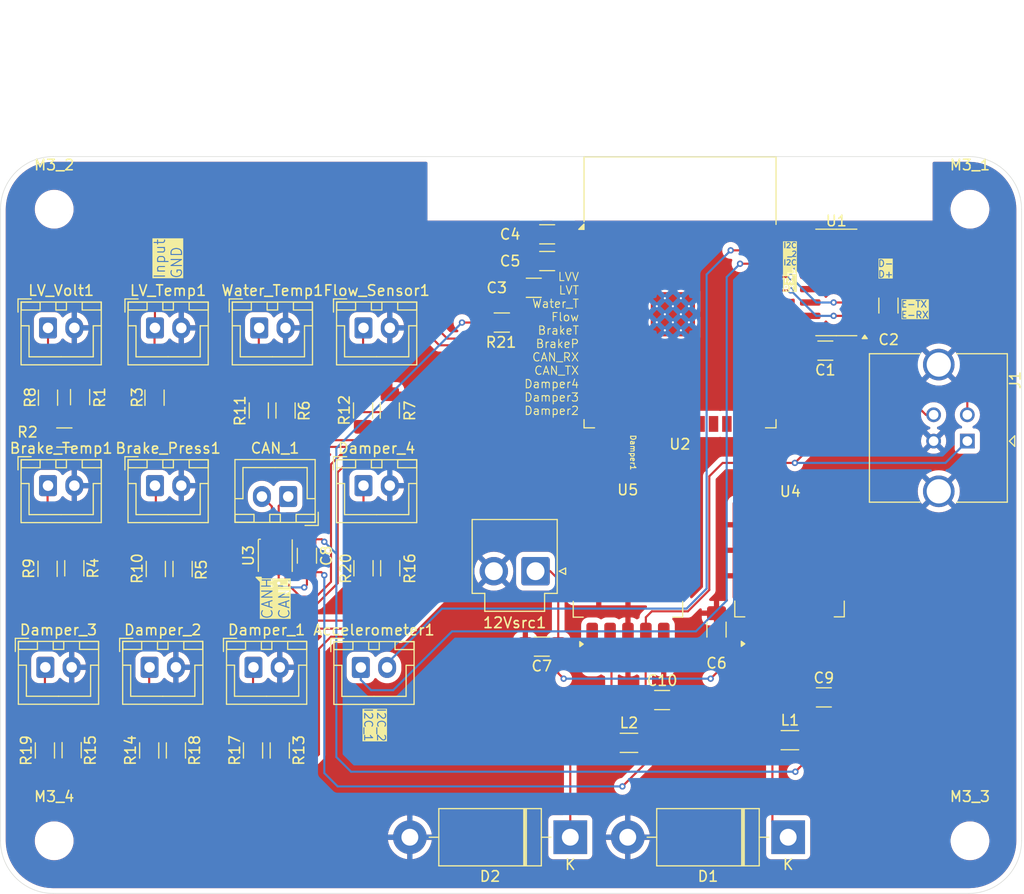
<source format=kicad_pcb>
(kicad_pcb (version 20240108) (generator "pcbnew") (generator_version "8.0")
  (layers (0 "F.Cu" signal) (31 "B.Cu" signal) (34 "B.Paste" user) (35 "F.Paste" user) (36 "B.SilkS" user "B.Silkscreen") (37 "F.SilkS" user "F.Silkscreen") (38 "B.Mask" user) (39 "F.Mask" user) (44 "Edge.Cuts" user))
  (net 0 "")
  (net 1 "Net-(D1-K)")
  (net 2 "GND")
  (net 3 "Net-(D2-K)")
  (net 4 "+5V")
  (net 5 "+12V")
  (net 6 "/I2C_1")
  (net 7 "/I2C_2")
  (net 8 "Net-(Brake_Press1-Pin_1)")
  (net 9 "Net-(Brake_Temp1-Pin_1)")
  (net 10 "Net-(U1-V3)")
  (net 11 "Net-(U2-EN)")
  (net 12 "+3V3")
  (net 13 "Net-(Damper_1-Pin_1)")
  (net 14 "Net-(Damper_2-Pin_1)")
  (net 15 "Net-(Damper_3-Pin_1)")
  (net 16 "Net-(Damper_4-Pin_1)")
  (net 17 "Net-(Flow_Sensor1-Pin_1)")
  (net 18 "Net-(J1-D+)")
  (net 19 "Net-(J1-D-)")
  (net 20 "Net-(CAN_1-Pin_1)")
  (net 21 "Net-(CAN_1-Pin_2)")
  (net 22 "/ADC1_3")
  (net 23 "Net-(LV_Volt1-Pin_1)")
  (net 24 "/ADC1_0")
  (net 25 "Net-(R2-Pad1)")
  (net 26 "/ADC1_4")
  (net 27 "/ADC1_5")
  (net 28 "/ADC1_6")
  (net 29 "/ADC1_7")
  (net 30 "Net-(Water_Temp1-Pin_1)")
  (net 31 "/ADC2_4")
  (net 32 "/ADC2_5")
  (net 33 "/ADC2_6")
  (net 34 "/ADC2_7")
  (net 42 "/E-TX")
  (net 45 "/E-RX")
  (net 54 "/CAN_TX")
  (net 59 "/CAN_RX")
  (footprint "Package_SO:SOIC-16_3.9x9.9mm_P1.27mm" (layer "F.Cu") (at 168.402 44.958 180)
    (property "Reference" "U1")
    (property "Value" "CH340C")
  )
  (footprint "Capacitor_SMD:C_1206_3216Metric_Pad1.33x1.80mm_HandSolder" (layer "F.Cu") (at 139.6615 45.466)
    (property "Reference" "C3")
    (property "Value" "1u")
  )
  (footprint "Connector_JST:JST_XH_B2B-XH-A_1x02_P2.50mm_Vertical" (layer "F.Cu") (at 93.258 81.52)
    (property "Reference" "Damper_3")
    (property "Value" "Conn_01x02")
  )
  (footprint "Inductor_SMD:L_1206_3216Metric_Pad1.22x1.90mm_HandSolder" (layer "F.Cu") (at 148.7055 88.6968)
    (property "Reference" "L2")
    (property "Value" "100u")
  )
  (footprint "Connector_JST:JST_XH_B2B-XH-A_1x02_P2.50mm_Vertical" (layer "F.Cu") (at 103.672 49.276)
    (property "Reference" "LV_Temp1")
    (property "Value" "Conn_01x02")
  )
  (footprint "Resistor_SMD:R_1206_3216Metric_Pad1.30x1.75mm_HandSolder" (layer "F.Cu") (at 123.444 57.124 -90)
    (property "Reference" "R12")
    (property "Value" "1000k")
  )
  (footprint "Resistor_SMD:R_1206_3216Metric_Pad1.30x1.75mm_HandSolder" (layer "F.Cu") (at 123.484 72.11 -90)
    (property "Reference" "R20")
    (property "Value" "1000k")
  )
  (footprint "MountingHole:MountingHole_3.2mm_M3" (layer "F.Cu") (at 181.1 38)
    (property "Reference" "M3_1")
    (property "Value" "MountingHole")
  )
  (footprint "Resistor_SMD:R_1206_3216Metric_Pad1.30x1.75mm_HandSolder" (layer "F.Cu") (at 126.024 72.11 90)
    (property "Reference" "R16")
    (property "Value" "220k")
  )
  (footprint "MountingHole:MountingHole_3.2mm_M3" (layer "F.Cu") (at 94.099913 98.00006)
    (property "Reference" "M3_4")
    (property "Value" "MountingHole")
  )
  (footprint "Connector_JST:JST_XH_B2B-XH-A_1x02_P2.50mm_Vertical" (layer "F.Cu") (at 113.578 49.276)
    (property "Reference" "Water_Temp1")
    (property "Value" "Conn_01x02")
  )
  (footprint "Diode_THT:D_DO-201AD_P15.24mm_Horizontal" (layer "F.Cu") (at 143.129 97.663 180)
    (property "Reference" "D2")
    (property "Value" "1N5820")
  )
  (footprint "Connector_JST:JST_XH_B2B-XH-A_1x02_P2.50mm_Vertical" (layer "F.Cu") (at 103.164 81.52)
    (property "Reference" "Damper_2")
    (property "Value" "Conn_01x02")
  )
  (footprint "Resistor_SMD:R_1206_3216Metric_Pad1.30x1.75mm_HandSolder" (layer "F.Cu") (at 103.124 89.42 -90)
    (property "Reference" "R18")
    (property "Value" "1000k")
  )
  (footprint "Resistor_SMD:R_1206_3216Metric_Pad1.30x1.75mm_HandSolder" (layer "F.Cu") (at 125.984 57.124 90)
    (property "Reference" "R7")
    (property "Value" "220k")
  )
  (footprint "Connector_JST:JST_VH_B2P-VH_1x02_P3.96mm_Vertical" (layer "F.Cu") (at 139.827 72.39 180)
    (property "Reference" "12Vsrc1")
    (property "Value" "Conn_01x02")
  )
  (footprint "Resistor_SMD:R_1206_3216Metric_Pad1.30x1.75mm_HandSolder" (layer "F.Cu") (at 93.218 89.42 -90)
    (property "Reference" "R19")
    (property "Value" "1000k")
  )
  (footprint "Resistor_SMD:R_1206_3216Metric_Pad1.30x1.75mm_HandSolder" (layer "F.Cu") (at 112.99 89.42 -90)
    (property "Reference" "R17")
    (property "Value" "1000k")
  )
  (footprint "Connector_JST:JST_XH_B2B-XH-A_1x02_P2.50mm_Vertical" (layer "F.Cu") (at 123.484 49.276)
    (property "Reference" "Flow_Sensor1")
    (property "Value" "Conn_01x02")
  )
  (footprint "Resistor_SMD:R_1206_3216Metric_Pad1.30x1.75mm_HandSolder" (layer "F.Cu") (at 103.756 72.179 -90)
    (property "Reference" "R10")
    (property "Value" "1000k")
  )
  (footprint "Connector_JST:JST_XH_B2B-XH-A_1x02_P2.50mm_Vertical" (layer "F.Cu") (at 103.672 64.262)
    (property "Reference" "Brake_Press1")
    (property "Value" "Conn_01x02")
  )
  (footprint "Resistor_SMD:R_1206_3216Metric_Pad1.30x1.75mm_HandSolder" (layer "F.Cu") (at 95.062 59.69)
    (property "Reference" "R2")
    (property "Value" "470k")
  )
  (footprint "Resistor_SMD:R_1206_3216Metric_Pad1.30x1.75mm_HandSolder" (layer "F.Cu") (at 96.012 72.11 90)
    (property "Reference" "R4")
    (property "Value" "220k")
  )
  (footprint "Connector_JST:JST_XH_B2B-XH-A_1x02_P2.50mm_Vertical" (layer "F.Cu") (at 123.484 64.262)
    (property "Reference" "Damper_4")
    (property "Value" "Conn_01x02")
  )
  (footprint "Capacitor_SMD:C_1206_3216Metric_Pad1.33x1.80mm_HandSolder" (layer "F.Cu") (at 118.11 70.9215 -90)
    (property "Reference" "C8")
    (property "Value" "100n")
  )
  (footprint "Connector_JST:JST_XH_B2B-XH-A_1x02_P2.50mm_Vertical" (layer "F.Cu") (at 116.332 65.295 180)
    (property "Reference" "CAN_1")
    (property "Value" "Conn_01x02_Pin")
  )
  (footprint "RF_Module:ESP32-WROOM-32" (layer "F.Cu") (at 153.556 48.89)
    (property "Reference" "U2")
    (property "Value" "ESP32-WROOM-32")
  )
  (footprint "Capacitor_SMD:C_1206_3216Metric_Pad1.33x1.80mm_HandSolder" (layer "F.Cu") (at 157.021 77.9395 90)
    (property "Reference" "C6")
    (property "Value" "100u")
  )
  (footprint "Capacitor_SMD:C_1206_3216Metric_Pad1.33x1.80mm_HandSolder" (layer "F.Cu") (at 140.4235 79.5528 180)
    (property "Reference" "C7")
    (property "Value" "100u")
  )
  (footprint "Resistor_SMD:R_1206_3216Metric_Pad1.30x1.75mm_HandSolder" (layer "F.Cu") (at 93.512 55.906 -90)
    (property "Reference" "R8")
    (property "Value" "470k")
  )
  (footprint "Resistor_SMD:R_1206_3216Metric_Pad1.30x1.75mm_HandSolder" (layer "F.Cu") (at 93.472 72.162 -90)
    (property "Reference" "R9")
    (property "Value" "1000k")
  )
  (footprint "Diode_THT:D_DO-201AD_P15.24mm_Horizontal" (layer "F.Cu") (at 163.83 97.663 180)
    (property "Reference" "D1")
    (property "Value" "1N5820")
  )
  (footprint "Capacitor_SMD:C_1206_3216Metric_Pad1.33x1.80mm_HandSolder" (layer "F.Cu") (at 140.9315 40.386 180)
    (property "Reference" "C4")
    (property "Value" "10u")
  )
  (footprint "Package_DFN_QFN:DFN-8-1EP_3x3mm_P0.65mm_EP1.55x2.4mm" (layer "F.Cu") (at 115.103 70.909 90)
    (property "Reference" "U3")
    (property "Value" "TJA1051TK-3")
  )
  (footprint "Resistor_SMD:R_1206_3216Metric_Pad1.30x1.75mm_HandSolder" (layer "F.Cu") (at 95.758 89.394 90)
    (property "Reference" "R15")
    (property "Value" "220k")
  )
  (footprint "MountingHole:MountingHole_3.2mm_M3" (layer "F.Cu") (at 181.1 98.00006)
    (property "Reference" "M3_3")
    (property "Value" "MountingHole")
  )
  (footprint "Resistor_SMD:R_1206_3216Metric_Pad1.30x1.75mm_HandSolder" (layer "F.Cu") (at 105.664 89.42 90)
    (property "Reference" "R14")
    (property "Value" "220k")
  )
  (footprint "Resistor_SMD:R_1206_3216Metric_Pad1.30x1.75mm_HandSolder" (layer "F.Cu") (at 96.56 55.854 90)
    (property "Reference" "R1")
    (property "Value" "100k")
  )
  (footprint "Connector_JST:JST_XH_B2B-XH-A_1x02_P2.50mm_Vertical" (layer "F.Cu") (at 123.23 81.534)
    (property "Reference" "Accelerometer1")
    (property "Value" "Conn_01x02")
  )
  (footprint "MountingHole:MountingHole_3.2mm_M3" (layer "F.Cu") (at 94.099913 38)
    (property "Reference" "M3_2")
    (property "Value" "MountingHole")
  )
  (footprint "Resistor_SMD:R_1206_3216Metric_Pad1.30x1.75mm_HandSolder" (layer "F.Cu") (at 106.296 72.179 90)
    (property "Reference" "R5")
    (property "Value" "220k")
  )
  (footprint "Connector_JST:JST_XH_B2B-XH-A_1x02_P2.50mm_Vertical" (layer "F.Cu") (at 113.03 81.52)
    (property "Reference" "Damper_1")
    (property "Value" "Conn_01x02")
  )
  (footprint "Resistor_SMD:R_1206_3216Metric_Pad1.30x1.75mm_HandSolder" (layer "F.Cu") (at 103.632 55.906 90)
    (property "Reference" "R3")
    (property "Value" "47R")
  )
  (footprint "Capacitor_SMD:C_1206_3216Metric_Pad1.33x1.80mm_HandSolder" (layer "F.Cu") (at 140.9315 42.926 180)
    (property "Reference" "C5")
    (property "Value" "0u1")
  )
  (footprint "Connector_JST:JST_XH_B2B-XH-A_1x02_P2.50mm_Vertical" (layer "F.Cu") (at 93.512 64.262)
    (property "Reference" "Brake_Temp1")
    (property "Value" "Conn_01x02")
  )
  (footprint "Capacitor_SMD:C_1206_3216Metric_Pad1.33x1.80mm_HandSolder" (layer "F.Cu") (at 167.2195 84.3788)
    (property "Reference" "C9")
    (property "Value" "1000u")
  )
  (footprint "Resistor_SMD:R_1206_3216Metric_Pad1.30x1.75mm_HandSolder" (layer "F.Cu") (at 136.626 48.768)
    (property "Reference" "R21")
    (property "Value" "10k")
  )
  (footprint "Resistor_SMD:R_1206_3216Metric_Pad1.30x1.75mm_HandSolder" (layer "F.Cu") (at 113.538 57.124 -90)
    (property "Reference" "R11")
    (property "Value" "1000k")
  )
  (footprint "Capacitor_SMD:C_1206_3216Metric_Pad1.33x1.80mm_HandSolder" (layer "F.Cu") (at 173.355 47.1555 90)
    (property "Reference" "C2")
    (property "Value" "0u1")
  )
  (footprint "Package_TO_SOT_SMD:TO-263-5_TabPin3" (layer "F.Cu") (at 163.957 71.9028 90)
    (property "Reference" "U4")
    (property "Value" "LM2576S-3.3")
  )
  (footprint "Capacitor_SMD:C_1206_3216Metric_Pad1.33x1.80mm_HandSolder" (layer "F.Cu") (at 167.3595 51.435 180)
    (property "Reference" "C1")
    (property "Value" "0u1")
  )
  (footprint "Inductor_SMD:L_1206_3216Metric_Pad1.22x1.90mm_HandSolder" (layer "F.Cu") (at 163.9945 88.4428)
    (property "Reference" "L1")
    (property "Value" "100u")
  )
  (footprint "Connector_JST:JST_XH_B2B-XH-A_1x02_P2.50mm_Vertical" (layer "F.Cu") (at 93.512 49.276)
    (property "Reference" "LV_Volt1")
    (property "Value" "Conn_01x02")
  )
  (footprint "Capacitor_SMD:C_1206_3216Metric_Pad1.33x1.80mm_HandSolder" (layer "F.Cu") (at 151.8535 84.6328)
    (property "Reference" "C10")
    (property "Value" "1000u")
  )
  (footprint "Resistor_SMD:R_1206_3216Metric_Pad1.30x1.75mm_HandSolder" (layer "F.Cu") (at 115.53 89.42 90)
    (property "Reference" "R13")
    (property "Value" "220k")
  )
  (footprint "Connector_USB:USB_B_TE_5787834_Vertical" (layer "F.Cu") (at 180.848 60.031 -90)
    (property "Reference" "J1")
    (property "Value" "USB_B")
  )
  (footprint "Resistor_SMD:R_1206_3216Metric_Pad1.30x1.75mm_HandSolder" (layer "F.Cu") (at 116.078 57.124 90)
    (property "Reference" "R6")
    (property "Value" "220k")
  )
  (footprint "Package_TO_SOT_SMD:TO-263-5_TabPin3" (layer "F.Cu") (at 148.609 71.9328 90)
    (property "Reference" "U5")
    (property "Value" "LM2576S-5")
  )
  (gr_line (start 181.000186 103.000103) (end 94.000089 103.000103) (stroke (width 0.05)) (layer "Edge.Cuts"))
  (gr_line (start 186.000186 38.000033) (end 186.000186 98.000103) (stroke (width 0.05)) (layer "Edge.Cuts"))
  (gr_arc (start 94.000089 103.000103) (mid 90.464555 101.535637) (end 89.000089 98.000103) (stroke (width 0.05)) (layer "Edge.Cuts"))
  (gr_arc (start 181.000186 33.000033) (mid 184.53572 34.464499) (end 186.000186 38.000033) (stroke (width 0.05)) (layer "Edge.Cuts"))
  (gr_arc (start 89.000089 38.000033) (mid 90.464543 34.464474) (end 94.000089 33.000033) (stroke (width 0.05)) (layer "Edge.Cuts"))
  (gr_line (start 89.000089 98.000103) (end 89.000089 38.000033) (stroke (width 0.05)) (layer "Edge.Cuts"))
  (gr_line (start 94.000089 33.000033) (end 181.000186 33.000033) (stroke (width 0.05)) (layer "Edge.Cuts"))
  (gr_arc (start 186.000186 98.000103) (mid 184.535718 101.53563) (end 181.000186 103.000103) (stroke (width 0.05)) (layer "Edge.Cuts"))
  (gr_text "D-\nD+" (at 172.3136 44.5516 0) (layer "F.SilkS" knockout) (effects (font (size 0.635 0.635) (thickness 0.1)) (justify left bottom)))
  (gr_text "I2C\n _2\nI2C\n _1\nTX\nRX" (at 163.322 45.8216 0) (layer "F.SilkS" knockout) (effects (font (size 0.508 0.508) (thickness 0.1)) (justify left bottom)))
  (gr_text "LVV\nLVT\nWater_T\nFlow\nBrakeT\nBrakeP\nCAN_RX\nCAN_TX\nDamper4\nDamper3\nDamper2" (at 144.018 57.6072 0) (layer "F.SilkS") (effects (font (size 0.79 0.79) (thickness 0.09525)) (justify right bottom)))
  (gr_text "CANH\nCANL" (at 116.5352 77.0128 90) (layer "F.SilkS" knockout) (effects (font (size 1 1) (thickness 0.1)) (justify left bottom)))
  (gr_text "Damper1" (at 148.7932 59.3852 270) (layer "F.SilkS") (effects (font (size 0.508 0.508) (thickness 0.1)) (justify left bottom)))
  (gr_text "Input\nGND" (at 106.3244 44.6532 90) (layer "F.SilkS" knockout) (effects (font (size 1 1) (thickness 0.1)) (justify left bottom)))
  (gr_text "I2C_2\nI2C_1" (at 123.4948 85.344 270) (layer "F.SilkS" knockout) (effects (font (size 0.762 0.762) (thickness 0.1)) (justify left bottom)))
  (gr_text "E-TX\nE-RX" (at 174.498 48.4124 0) (layer "F.SilkS" knockout) (effects (font (size 0.635 0.635) (thickness 0.1)) (justify left bottom)))
  (segment (start 162.332 88.4428) (end 162.332 96.165) (width 0.2) (layer "F.Cu") (net 1))
  (segment (start 162.332 88.4428) (end 162.332 79.6278) (width 0.2) (layer "F.Cu") (net 1))
  (segment (start 162.332 79.6278) (end 162.257 79.5528) (width 0.2) (layer "F.Cu") (net 1))
  (segment (start 162.332 96.165) (end 163.83 97.663) (width 0.2) (layer "F.Cu") (net 1))
  (segment (start 114.778 72.459) (end 114.778 71.234) (width 0.2) (layer "F.Cu") (net 2))
  (segment (start 114.778 71.234) (end 115.103 70.909) (width 0.2) (layer "F.Cu") (net 2))
  (segment (start 147.043 79.7168) (end 146.909 79.5828) (width 0.2) (layer "F.Cu") (net 3))
  (segment (start 143.129 97.663) (end 143.129 89.408) (width 0.2) (layer "F.Cu") (net 3))
  (segment (start 143.129 89.408) (end 143.8402 88.6968) (width 0.2) (layer "F.Cu") (net 3))
  (segment (start 143.8402 88.6968) (end 147.043 88.6968) (width 0.2) (layer "F.Cu") (net 3))
  (segment (start 147.043 88.6968) (end 147.043 79.7168) (width 0.2) (layer "F.Cu") (net 3))
  (segment (start 118.11 73.677) (end 118.11 72.484) (width 0.2) (layer "F.Cu") (net 4))
  (segment (start 165.821025 49.508975) (end 165.927 49.403) (width 0.2) (layer "F.Cu") (net 4))
  (segment (start 119.474 72.484) (end 119.761 72.771) (width 0.2) (layer "F.Cu") (net 4))
  (segment (start 118.11 72.484) (end 119.474 72.484) (width 0.2) (layer "F.Cu") (net 4))
  (segment (start 156.337 63.373) (end 156.337 74.168) (width 0.2) (layer "F.Cu") (net 4))
  (segment (start 148.082 92.837) (end 150.368 90.551) (width 0.2) (layer "F.Cu") (net 4))
  (segment (start 117.856 73.931) (end 118.11 73.677) (width 0.2) (layer "F.Cu") (net 4))
  (segment (start 165.821025 51.333) (end 165.821025 49.508975) (width 0.2) (layer "F.Cu") (net 4))
  (segment (start 164.465 62.103) (end 165.797 60.771) (width 0.2) (layer "F.Cu") (net 4))
  (segment (start 154.305 76.2) (end 150.876 76.2) (width 0.2) (layer "F.Cu") (net 4))
  (segment (start 157.607 62.103) (end 156.337 63.373) (width 0.2) (layer "F.Cu") (net 4))
  (segment (start 164.465 62.103) (end 157.607 62.103) (width 0.2) (layer "F.Cu") (net 4))
  (segment (start 165.797 60.771) (end 165.797 51.435) (width 0.2) (layer "F.Cu") (net 4))
  (segment (start 150.309 76.767) (end 150.309 79.5828) (width 0.2) (layer "F.Cu") (net 4))
  (segment (start 115.428 73.533) (end 115.428 72.459) (width 0.2) (layer "F.Cu") (net 4))
  (segment (start 156.337 74.168) (end 154.305 76.2) (width 0.2) (layer "F.Cu") (net 4))
  (segment (start 150.876 76.2) (end 150.309 76.767) (width 0.2) (layer "F.Cu") (net 4))
  (segment (start 150.291 79.6008) (end 150.309 79.5828) (width 0.2) (layer "F.Cu") (net 4))
  (segment (start 150.368 90.551) (end 150.368 88.6968) (width 0.2) (layer "F.Cu") (net 4))
  (segment (start 150.368 88.6968) (end 150.368 84.7098) (width 0.2) (layer "F.Cu") (net 4))
  (segment (start 150.368 84.7098) (end 150.291 84.6328) (width 0.2) (layer "F.Cu") (net 4))
  (segment (start 150.291 84.6328) (end 150.291 79.6008) (width 0.2) (layer "F.Cu") (net 4))
  (via (at 117.856 73.931) (size 0.6) (drill 0.3) (layers "F.Cu" "B.Cu") (net 4))
  (via (at 164.465 62.103) (size 0.6) (drill 0.3) (layers "F.Cu" "B.Cu") (net 4))
  (via (at 119.761 72.771) (size 0.6) (drill 0.3) (layers "F.Cu" "B.Cu") (net 4))
  (via (at 115.428 73.533) (size 0.6) (drill 0.3) (layers "F.Cu" "B.Cu") (net 4))
  (via (at 148.082 92.837) (size 0.6) (drill 0.3) (layers "F.Cu" "B.Cu") (net 4))
  (segment (start 121.031 92.837) (end 119.761 91.567) (width 0.2) (layer "B.Cu") (net 4))
  (segment (start 178.776 62.103) (end 180.848 60.031) (width 0.2) (layer "B.Cu") (net 4))
  (segment (start 148.082 92.837) (end 121.031 92.837) (width 0.2) (layer "B.Cu") (net 4))
  (segment (start 119.761 91.567) (end 119.761 72.771) (width 0.2) (layer "B.Cu") (net 4))
  (segment (start 164.465 62.103) (end 178.776 62.103) (width 0.2) (layer "B.Cu") (net 4))
  (segment (start 115.826 73.931) (end 117.856 73.931) (width 0.2) (layer "B.Cu") (net 4))
  (segment (start 115.428 73.533) (end 115.826 73.931) (width 0.2) (layer "B.Cu") (net 4))
  (segment (start 157.098 81.9668) (end 157.098 79.5528) (width 0.2) (layer "F.Cu") (net 5))
  (segment (start 145.179 79.5528) (end 145.209 79.5828) (width 0.2) (layer "F.Cu") (net 5))
  (segment (start 141.986 79.5528) (end 145.179 79.5528) (width 0.2) (layer "F.Cu") (net 5))
  (segment (start 157.098 79.5528) (end 160.557 79.5528) (width 0.2) (layer "F.Cu") (net 5))
  (segment (start 141.986 73.152) (end 141.224 72.39) (width 0.2) (layer "F.Cu") (net 5))
  (segment (start 141.986 79.5528) (end 141.986 73.152) (width 0.2) (layer "F.Cu") (net 5))
  (segment (start 141.224 72.39) (end 139.827 72.39) (width 0.2) (layer "F.Cu") (net 5))
  (segment (start 142.5 82.6008) (end 141.986 82.0868) (width 0.2) (layer "F.Cu") (net 5))
  (segment (start 141.986 82.0868) (end 141.986 79.5528) (width 0.2) (layer "F.Cu") (net 5))
  (segment (start 156.464 82.6008) (end 157.098 81.9668) (width 0.2) (layer "F.Cu") (net 5))
  (via (at 142.5 82.6008) (size 0.6) (drill 0.3) (layers "F.Cu" "B.Cu") (net 5))
  (via (at 156.464 82.6008) (size 0.6) (drill 0.3) (layers "F.Cu" "B.Cu") (net 5))
  (segment (start 142.5 82.6008) (end 156.464 82.6008) (width 0.2) (layer "B.Cu") (net 5))
  (segment (start 162.306 43.18) (end 159.258 43.18) (width 0.2) (layer "F.Cu") (net 6))
  (via (at 159.258 43.18) (size 0.6) (drill 0.3) (layers "F.Cu" "B.Cu") (net 6))
  (segment (start 124.206 83.693) (end 126.30721 83.693) (width 0.2) (layer "B.Cu") (net 6))
  (segment (start 157.988 75.184) (end 157.988 44.45) (width 0.2) (layer "B.Cu") (net 6))
  (segment (start 157.988 44.45) (end 159.258 43.18) (width 0.2) (layer "B.Cu") (net 6))
  (segment (start 131.89521 78.105) (end 155.067 78.105) (width 0.2) (layer "B.Cu") (net 6))
  (segment (start 123.23 82.717) (end 124.206 83.693) (width 0.2) (layer "B.Cu") (net 6))
  (segment (start 155.067 78.105) (end 157.988 75.184) (width 0.2) (layer "B.Cu") (net 6))
  (segment (start 123.23 81.534) (end 123.23 82.717) (width 0.2) (layer "B.Cu") (net 6))
  (segment (start 126.30721 83.693) (end 131.89521 78.105) (width 0.2) (layer "B.Cu") (net 6))
  (segment (start 158.369 41.91) (end 162.306 41.91) (width 0.2) (layer "F.Cu") (net 7))
  (via (at 158.369 41.91) (size 0.6) (drill 0.3) (layers "F.Cu" "B.Cu") (net 7))
  (segment (start 156.083 44.196) (end 156.083 74.041) (width 0.2) (layer "B.Cu") (net 7))
  (segment (start 130.937 75.946) (end 125.73 81.153) (width 0.2) (layer "B.Cu") (net 7))
  (segment (start 125.73 81.153) (end 125.73 81.534) (width 0.2) (layer "B.Cu") (net 7))
  (segment (start 158.369 41.91) (end 156.083 44.196) (width 0.2) (layer "B.Cu") (net 7))
  (segment (start 156.083 74.041) (end 154.178 75.946) (width 0.2) (layer "B.Cu") (net 7))
  (segment (start 154.178 75.946) (end 130.937 75.946) (width 0.2) (layer "B.Cu") (net 7))
  (segment (start 103.756 64.346) (end 103.672 64.262) (width 0.2) (layer "F.Cu") (net 8))
  (segment (start 103.756 70.629) (end 103.756 64.346) (width 0.2) (layer "F.Cu") (net 8))
  (segment (start 93.472 64.302) (end 93.512 64.262) (width 0.2) (layer "F.Cu") (net 9))
  (segment (start 93.472 70.612) (end 93.472 64.302) (width 0.2) (layer "F.Cu") (net 9))
  (segment (start 170.877 45.593) (end 173.355 45.593) (width 0.2) (layer "F.Cu") (net 10))
  (segment (start 141.224 45.72) (end 141.224 45.466) (width 0.2) (layer "F.Cu") (net 11))
  (segment (start 141.224 45.466) (end 141.224 45.847) (width 0.2) (layer "F.Cu") (net 11))
  (segment (start 144.087244 43.18) (end 141.801244 45.466) (width 0.2) (layer "F.Cu") (net 11))
  (segment (start 138.176 48.768) (end 141.224 45.72) (width 0.2) (layer "F.Cu") (net 11))
  (segment (start 141.801244 45.466) (end 141.224 45.466) (width 0.2) (layer "F.Cu") (net 11))
  (segment (start 144.806 43.18) (end 144.087244 43.18) (width 0.2) (layer "F.Cu") (net 11))
  (segment (start 142.494 42.926) (end 143.51 41.91) (width 0.2) (layer "F.Cu") (net 12))
  (segment (start 118.11 69.359) (end 119.524 69.359) (width 0.2) (layer "F.Cu") (net 12))
  (segment (start 164.514 91.44) (end 165.657 90.297) (width 0.2) (layer "F.Cu") (net 12))
  (segment (start 116.078 69.359) (end 118.11 69.359) (width 0.2) (layer "F.Cu") (net 12))
  (segment (start 142.494 40.386) (end 142.494 40.894) (width 0.2) (layer "F.Cu") (net 12))
  (segment (start 141.605 42.926) (end 142.494 42.926) (width 0.2) (layer "F.Cu") (net 12))
  (segment (start 165.657 90.297) (end 165.657 88.4428) (width 0.2) (layer "F.Cu") (net 12))
  (segment (start 142.494 40.894) (end 143.51 41.91) (width 0.2) (layer "F.Cu") (net 12))
  (segment (start 165.657 79.4858) (end 165.657 84.3788) (width 0.2) (layer "F.Cu") (net 12))
  (segment (start 135.076 48.768) (end 136.6 47.244) (width 0.2) (layer "F.Cu") (net 12))
  (segment (start 135.076 48.768) (end 132.842 48.768) (width 0.2) (layer "F.Cu") (net 12))
  (segment (start 143.51 41.91) (end 144.806 41.91) (width 0.2) (layer "F.Cu") (net 12))
  (segment (start 119.524 69.359) (end 119.761 69.596) (width 0.2) (layer "F.Cu") (net 12))
  (segment (start 136.6 47.244) (end 138.684 47.244) (width 0.2) (layer "F.Cu") (net 12))
  (segment (start 139.7 44.831) (end 141.605 42.926) (width 0.2) (layer "F.Cu") (net 12))
  (segment (start 138.684 47.244) (end 139.7 46.228) (width 0.2) (layer "F.Cu") (net 12))
  (segment (start 165.657 84.3788) (end 165.657 88.4428) (width 0.2) (layer "F.Cu") (net 12))
  (segment (start 139.7 46.228) (end 139.7 44.831) (width 0.2) (layer "F.Cu") (net 12))
  (via (at 164.514 91.44) (size 0.6) (drill 0.3) (layers "F.Cu" "B.Cu") (net 12))
  (via (at 132.842 48.768) (size 0.6) (drill 0.3) (layers "F.Cu" "B.Cu") (net 12))
  (via (at 119.761 69.596) (size 0.6) (drill 0.3) (layers "F.Cu" "B.Cu") (net 12))
  (segment (start 120.904 70.739) (end 119.761 69.596) (width 0.2) (layer "B.Cu") (net 12))
  (segment (start 122.301 91.44) (end 120.904 90.043) (width 0.2) (layer "B.Cu") (net 12))
  (segment (start 164.514 91.44) (end 122.301 91.44) (width 0.2) (layer "B.Cu") (net 12))
  (segment (start 132.842 48.768) (end 120.904 60.706) (width 0.2) (layer "B.Cu") (net 12))
  (segment (start 120.904 60.706) (end 120.904 70.739) (width 0.2) (layer "B.Cu") (net 12))
  (segment (start 120.904 90.043) (end 120.904 70.739) (width 0.2) (layer "B.Cu") (net 12))
  (segment (start 112.99 87.87) (end 112.99 81.56) (width 0.2) (layer "F.Cu") (net 13))
  (segment (start 112.99 81.56) (end 113.03 81.52) (width 0.2) (layer "F.Cu") (net 13))
  (segment (start 103.124 81.56) (end 103.164 81.52) (width 0.2) (layer "F.Cu") (net 14))
  (segment (start 103.124 87.87) (end 103.124 81.56) (width 0.2) (layer "F.Cu") (net 14))
  (segment (start 93.218 87.87) (end 93.218 81.56) (width 0.2) (layer "F.Cu") (net 15))
  (segment (start 93.218 81.56) (end 93.258 81.52) (width 0.2) (layer "F.Cu") (net 15))
  (segment (start 123.484 70.56) (end 123.484 64.262) (width 0.2) (layer "F.Cu") (net 16))
  (segment (start 123.444 55.574) (end 123.444 49.316) (width 0.2) (layer "F.Cu") (net 17))
  (segment (start 123.444 49.316) (end 123.484 49.276) (width 0.2) (layer "F.Cu") (net 17))
  (segment (start 176.911 57.531) (end 175.895 56.515) (width 0.2) (layer "F.Cu") (net 18))
  (segment (start 175.895 56.515) (end 175.895 45.212) (width 0.2) (layer "F.Cu") (net 18))
  (segment (start 175.895 45.212) (end 175.006 44.323) (width 0.2) (layer "F.Cu") (net 18))
  (segment (start 177.648 57.531) (end 176.911 57.531) (width 0.2) (layer "F.Cu") (net 18))
  (segment (start 175.006 44.323) (end 170.877 44.323) (width 0.2) (layer "F.Cu") (net 18))
  (segment (start 180.848 57.531) (end 180.848 44.196) (width 0.2) (layer "F.Cu") (net 19))
  (segment (start 179.705 43.053) (end 170.877 43.053) (width 0.2) (layer "F.Cu") (net 19))
  (segment (start 180.848 44.196) (end 179.705 43.053) (width 0.2) (layer "F.Cu") (net 19))
  (segment (start 115.428 69.359) (end 115.428 66.199) (width 0.2) (layer "F.Cu") (net 20))
  (segment (start 115.428 66.199) (end 116.332 65.295) (width 0.2) (layer "F.Cu") (net 20))
  (segment (start 114.778 66.241) (end 113.832 65.295) (width 0.2) (layer "F.Cu") (net 21))
  (segment (start 114.778 69.359) (end 114.778 66.241) (width 0.2) (layer "F.Cu") (net 21))
  (segment (start 130.683 50.927) (end 129.921 50.165) (width 0.2) (layer "F.Cu") (net 22))
  (segment (start 129.921 50.165) (end 129.921 46.228) (width 0.2) (layer "F.Cu") (net 22))
  (segment (start 103.632 54.356) (end 103.632 49.316) (width 0.2) (layer "F.Cu") (net 22))
  (segment (start 144.806 45.72) (end 144.276 45.72) (width 0.2) (layer "F.Cu") (net 22))
  (segment (start 144.276 45.72) (end 139.069 50.927) (width 0.2) (layer "F.Cu") (net 22))
  (segment (start 104.775 45.466) (end 103.672 46.569) (width 0.2) (layer "F.Cu") (net 22))
  (segment (start 129.159 45.466) (end 104.775 45.466) (width 0.2) (layer "F.Cu") (net 22))
  (segment (start 103.672 46.569) (end 103.672 49.276) (width 0.2) (layer "F.Cu") (net 22))
  (segment (start 103.632 49.316) (end 103.672 49.276) (width 0.2) (layer "F.Cu") (net 22))
  (segment (start 129.921 46.228) (end 129.159 45.466) (width 0.2) (layer "F.Cu") (net 22))
  (segment (start 139.069 50.927) (end 130.683 50.927) (width 0.2) (layer "F.Cu") (net 22))
  (segment (start 93.512 54.356) (end 93.512 49.276) (width 0.2) (layer "F.Cu") (net 23))
  (segment (start 131.445 50.292) (end 130.81 49.657) (width 0.2) (layer "F.Cu") (net 24))
  (segment (start 140.081 49.276) (end 139.065 50.292) (width 0.2) (layer "F.Cu") (net 24))
  (segment (start 129.794 44.577) (end 101.219 44.577) (width 0.2) (layer "F.Cu") (net 24))
  (segment (start 144.806 44.45) (end 144.414872 44.45) (width 0.2) (layer "F.Cu") (net 24))
  (segment (start 130.81 45.593) (end 129.794 44.577) (width 0.2) (layer "F.Cu") (net 24))
  (segment (start 96.56 59.638) (end 96.612 59.69) (width 0.2) (layer "F.Cu") (net 24))
  (segment (start 130.81 49.657) (end 130.81 45.593) (width 0.2) (layer "F.Cu") (net 24))
  (segment (start 99.949 56.261) (end 98.806 57.404) (width 0.2) (layer "F.Cu") (net 24))
  (segment (start 101.219 44.577) (end 99.949 45.847) (width 0.2) (layer "F.Cu") (net 24))
  (segment (start 98.806 57.404) (end 96.56 57.404) (width 0.2) (layer "F.Cu") (net 24))
  (segment (start 144.414872 44.45) (end 140.081 48.783872) (width 0.2) (layer "F.Cu") (net 24))
  (segment (start 139.065 50.292) (end 131.445 50.292) (width 0.2) (layer "F.Cu") (net 24))
  (segment (start 96.56 57.404) (end 96.56 59.638) (width 0.2) (layer "F.Cu") (net 24))
  (segment (start 99.949 45.847) (end 99.949 56.261) (width 0.2) (layer "F.Cu") (net 24))
  (segment (start 140.081 48.783872) (end 140.081 49.276) (width 0.2) (layer "F.Cu") (net 24))
  (segment (start 93.512 57.456) (end 93.512 59.69) (width 0.2) (layer "F.Cu") (net 25))
  (segment (start 144.806 49.53) (end 143.637 49.53) (width 0.2) (layer "F.Cu") (net 26))
  (segment (start 93.472 73.712) (end 95.96 73.712) (width 0.2) (layer "F.Cu") (net 26))
  (segment (start 143.637 49.53) (end 133.223 59.944) (width 0.2) (layer "F.Cu") (net 26))
  (segment (start 101.346 59.944) (end 99.822 61.468) (width 0.2) (layer "F.Cu") (net 26))
  (segment (start 99.822 69.85) (end 96.012 73.66) (width 0.2) (layer "F.Cu") (net 26))
  (segment (start 99.822 61.468) (end 99.822 69.85) (width 0.2) (layer "F.Cu") (net 26))
  (segment (start 95.96 73.712) (end 96.012 73.66) (width 0.2) (layer "F.Cu") (net 26))
  (segment (start 133.223 59.944) (end 101.346 59.944) (width 0.2) (layer "F.Cu") (net 26))
  (segment (start 103.756 73.729) (end 106.296 73.729) (width 0.2) (layer "F.Cu") (net 27))
  (segment (start 144.806 50.8) (end 143.637 50.8) (width 0.2) (layer "F.Cu") (net 27))
  (segment (start 110.617 69.408) (end 106.296 73.729) (width 0.2) (layer "F.Cu") (net 27))
  (segment (start 143.637 50.8) (end 133.858 60.579) (width 0.2) (layer "F.Cu") (net 27))
  (segment (start 133.858 60.579) (end 111.379 60.579) (width 0.2) (layer "F.Cu") (net 27))
  (segment (start 111.379 60.579) (end 110.617 61.341) (width 0.2) (layer "F.Cu") (net 27))
  (segment (start 110.617 61.341) (end 110.617 69.408) (width 0.2) (layer "F.Cu") (net 27))
  (segment (start 133.569 57.277) (end 119.888 57.277) (width 0.2) (layer "F.Cu") (net 28))
  (segment (start 113.538 58.674) (end 116.078 58.674) (width 0.2) (layer "F.Cu") (net 28))
  (segment (start 118.491 58.674) (end 116.078 58.674) (width 0.2) (layer "F.Cu") (net 28))
  (segment (start 119.888 57.277) (end 118.491 58.674) (width 0.2) (layer "F.Cu") (net 28))
  (segment (start 143.856 46.99) (end 133.569 57.277) (width 0.2) (layer "F.Cu") (net 28))
  (segment (start 144.806 46.99) (end 143.856 46.99) (width 0.2) (layer "F.Cu") (net 28))
  (segment (start 133.223 58.674) (end 125.984 58.674) (width 0.2) (layer "F.Cu") (net 29))
  (segment (start 123.444 58.674) (end 125.984 58.674) (width 0.2) (layer "F.Cu") (net 29))
  (segment (start 143.637 48.26) (end 133.223 58.674) (width 0.2) (layer "F.Cu") (net 29))
  (segment (start 144.806 48.26) (end 143.637 48.26) (width 0.2) (layer "F.Cu") (net 29))
  (segment (start 113.538 49.316) (end 113.578 49.276) (width 0.2) (layer "F.Cu") (net 30))
  (segment (start 113.538 55.574) (end 113.538 49.316) (width 0.2) (layer "F.Cu") (net 30))
  (segment (start 147.955 60.579) (end 149.116 59.418) (width 0.2) (layer "F.Cu") (net 31))
  (segment (start 115.53 90.97) (end 112.99 90.97) (width 0.2) (layer "F.Cu") (net 31))
  (segment (start 131.953 73.66) (end 131.953 70.817047) (width 0.2) (layer "F.Cu") (net 31))
  (segment (start 120.396 78.613) (end 127 78.613) (width 0.2) (layer "F.Cu") (net 31))
  (segment (start 149.116 59.418) (end 149.116 58.4) (width 0.2) (layer "F.Cu") (net 31))
  (segment (start 119.253 89.789) (end 119.253 79.756) (width 0.2) (layer "F.Cu") (net 31))
  (segment (start 142.191047 60.579) (end 147.955 60.579) (width 0.2) (layer "F.Cu") (net 31))
  (segment (start 131.953 70.817047) (end 142.191047 60.579) (width 0.2) (layer "F.Cu") (net 31))
  (segment (start 118.072 90.97) (end 119.253 89.789) (width 0.2) (layer "F.Cu") (net 31))
  (segment (start 127 78.613) (end 131.953 73.66) (width 0.2) (layer "F.Cu") (net 31))
  (segment (start 115.53 90.97) (end 118.072 90.97) (width 0.2) (layer "F.Cu") (net 31))
  (segment (start 119.253 79.756) (end 120.396 78.613) (width 0.2) (layer "F.Cu") (net 31))
  (segment (start 105.664 90.97) (end 108.674 90.97) (width 0.2) (layer "F.Cu") (net 32))
  (segment (start 126.238 77.851) (end 130.81 73.279) (width 0.2) (layer "F.Cu") (net 32))
  (segment (start 109.474 78.994) (end 110.617 77.851) (width 0.2) (layer "F.Cu") (net 32))
  (segment (start 109.474 90.17) (end 109.474 78.994) (width 0.2) (layer "F.Cu") (net 32))
  (segment (start 130.81 70.485) (end 144.145 57.15) (width 0.2) (layer "F.Cu") (net 32))
  (segment (start 130.81 73.279) (end 130.81 70.485) (width 0.2) (layer "F.Cu") (net 32))
  (segment (start 144.145 57.15) (end 144.806 57.15) (width 0.2) (layer "F.Cu") (net 32))
  (segment (start 103.124 90.97) (end 105.664 90.97) (width 0.2) (layer "F.Cu") (net 32))
  (segment (start 110.617 77.851) (end 126.238 77.851) (width 0.2) (layer "F.Cu") (net 32))
  (segment (start 108.674 90.97) (end 109.474 90.17) (width 0.2) (layer "F.Cu") (net 32))
  (segment (start 95.758 90.944) (end 93.244 90.944) (width 0.2) (layer "F.Cu") (net 33))
  (segment (start 93.244 90.944) (end 93.218 90.97) (width 0.2) (layer "F.Cu") (net 33))
  (segment (start 98.794 90.944) (end 99.441 90.297) (width 0.2) (layer "F.Cu") (net 33))
  (segment (start 99.441 90.297) (end 99.441 78.359) (width 0.2) (layer "F.Cu") (net 33))
  (segment (start 129.667 70.489) (end 144.276 55.88) (width 0.2) (layer "F.Cu") (net 33))
  (segment (start 144.276 55.88) (end 144.806 55.88) (width 0.2) (layer "F.Cu") (net 33))
  (segment (start 99.441 78.359) (end 100.711 77.089) (width 0.2) (layer "F.Cu") (net 33))
  (segment (start 95.758 90.944) (end 98.794 90.944) (width 0.2) (layer "F.Cu") (net 33))
  (segment (start 100.711 77.089) (end 125.603 77.089) (width 0.2) (layer "F.Cu") (net 33))
  (segment (start 129.667 73.025) (end 129.667 70.489) (width 0.2) (layer "F.Cu") (net 33))
  (segment (start 125.603 77.089) (end 129.667 73.025) (width 0.2) (layer "F.Cu") (net 33))
  (segment (start 128.651 72.644) (end 127.635 73.66) (width 0.2) (layer "F.Cu") (net 34))
  (segment (start 144.145 54.61) (end 144.806 54.61) (width 0.2) (layer "F.Cu") (net 34))
  (segment (start 126.024 73.66) (end 123.484 73.66) (width 0.2) (layer "F.Cu") (net 34))
  (segment (start 128.651 70.104) (end 144.145 54.61) (width 0.2) (layer "F.Cu") (net 34))
  (segment (start 128.651 70.104) (end 128.651 72.644) (width 0.2) (layer "F.Cu") (net 34))
  (segment (start 127.635 73.66) (end 126.024 73.66) (width 0.2) (layer "F.Cu") (net 34))
  (segment (start 168.148 46.863) (end 170.877 46.863) (width 0.2) (layer "F.Cu") (net 42))
  (segment (start 162.306 44.45) (end 164.084 44.45) (width 0.2) (layer "F.Cu") (net 42))
  (via (at 168.148 46.863) (size 0.6) (drill 0.3) (layers "F.Cu" "B.Cu") (net 42))
  (via (at 164.084 44.45) (size 0.6) (drill 0.3) (layers "F.Cu" "B.Cu") (net 42))
  (segment (start 164.084 44.45) (end 166.497 46.863) (width 0.2) (layer "B.Cu") (net 42))
  (segment (start 166.497 46.863) (end 168.148 46.863) (width 0.2) (layer "B.Cu") (net 42))
  (segment (start 162.306 45.72) (end 164.084 45.72) (width 0.2) (layer "F.Cu") (net 45))
  (segment (start 170.877 48.133) (end 168.148 48.133) (width 0.2) (layer "F.Cu") (net 45))
  (via (at 168.148 48.133) (size 0.6) (drill 0.3) (layers "F.Cu" "B.Cu") (net 45))
  (via (at 164.084 45.72) (size 0.6) (drill 0.3) (layers "F.Cu" "B.Cu") (net 45))
  (segment (start 166.497 48.133) (end 168.148 48.133) (width 0.2) (layer "B.Cu") (net 45))
  (segment (start 164.084 45.72) (end 166.497 48.133) (width 0.2) (layer "B.Cu") (net 45))
  (segment (start 144.145 53.34) (end 144.806 53.34) (width 0.2) (layer "F.Cu") (net 54))
  (segment (start 121.031 62.992) (end 121.92 62.103) (width 0.2) (layer "F.Cu") (net 54))
  (segment (start 135.382 62.103) (end 144.145 53.34) (width 0.2) (layer "F.Cu") (net 54))
  (segment (start 114.128 72.459) (end 114.128 73.787) (width 0.2) (layer "F.Cu") (net 54))
  (segment (start 121.031 73.533) (end 121.031 62.992) (width 0.2) (layer "F.Cu") (net 54))
  (segment (start 114.128 73.787) (end 115.779 75.438) (width 0.2) (layer "F.Cu") (net 54))
  (segment (start 115.779 75.438) (end 119.126 75.438) (width 0.2) (layer "F.Cu") (net 54))
  (segment (start 121.92 62.103) (end 135.382 62.103) (width 0.2) (layer "F.Cu") (net 54))
  (segment (start 119.126 75.438) (end 121.031 73.533) (width 0.2) (layer "F.Cu") (net 54))
  (segment (start 117.475 74.803) (end 118.999 74.803) (width 0.2) (layer "F.Cu") (net 59))
  (segment (start 134.62 61.341) (end 143.891 52.07) (width 0.2) (layer "F.Cu") (net 59))
  (segment (start 116.078 72.459) (end 116.078 73.406) (width 0.2) (layer "F.Cu") (net 59))
  (segment (start 121.285 61.341) (end 134.62 61.341) (width 0.2) (layer "F.Cu") (net 59))
  (segment (start 120.396 73.406) (end 120.396 62.23) (width 0.2) (layer "F.Cu") (net 59))
  (segment (start 116.078 73.406) (end 117.475 74.803) (width 0.2) (layer "F.Cu") (net 59))
  (segment (start 143.891 52.07) (end 144.806 52.07) (width 0.2) (layer "F.Cu") (net 59))
  (segment (start 118.999 74.803) (end 120.396 73.406) (width 0.2) (layer "F.Cu") (net 59))
  (segment (start 120.396 62.23) (end 121.285 61.341) (width 0.2) (layer "F.Cu") (net 59))
  (zone (net 2) (net_name "GND") (layer "F.Cu") (connect_pads (clearance 0.5)) (min_thickness 0.25) (fill yes (thermal_gap 0.5) (thermal_bridge_width 0.5))
    (polygon (pts (xy 185.986121 103.000103) (xy 186.000186 33.000033) (xy 89.000089 33.000033) (xy 88.986024 103.000103)))
  )
  (zone (net 2) (net_name "GND") (layer "B.Cu") (priority 1) (connect_pads (clearance 0.5)) (min_thickness 0.25) (fill yes (thermal_gap 0.5) (thermal_bridge_width 0.5))
    (polygon (pts (xy 186.000186 103.000103) (xy 186.000186 33.000033) (xy 89.000089 33.000033) (xy 89.000089 103.000103)))
  )
)
</source>
